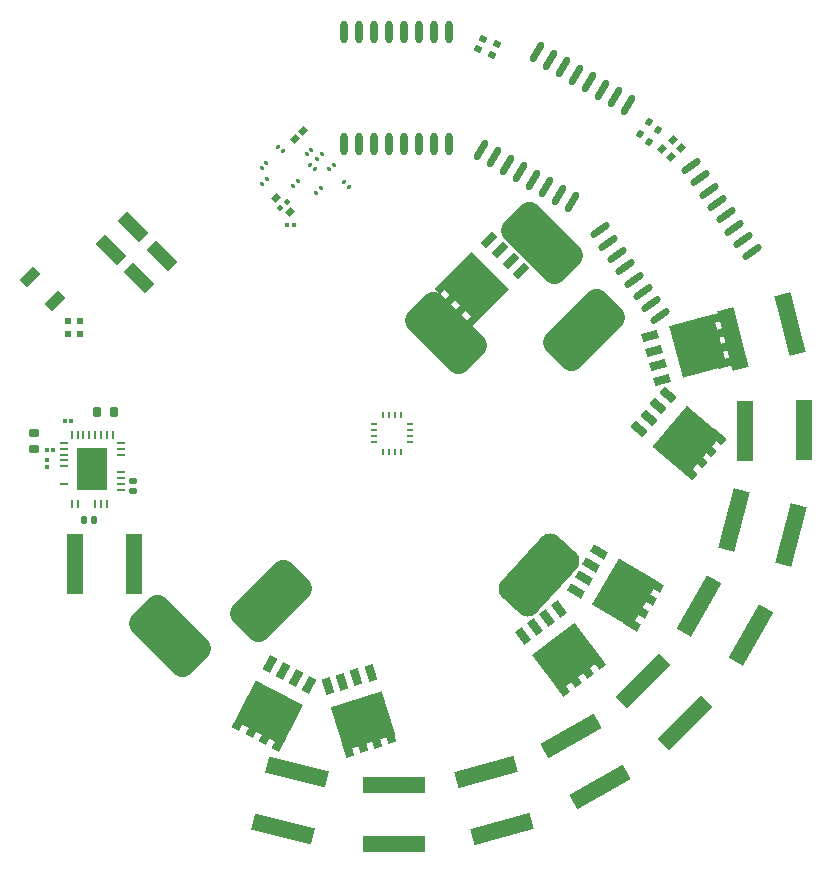
<source format=gbp>
G04 Layer_Color=128*
%FSLAX44Y44*%
%MOMM*%
G71*
G01*
G75*
G04:AMPARAMS|DCode=14|XSize=4mm|YSize=7mm|CornerRadius=1mm|HoleSize=0mm|Usage=FLASHONLY|Rotation=135.000|XOffset=0mm|YOffset=0mm|HoleType=Round|Shape=RoundedRectangle|*
%AMROUNDEDRECTD14*
21,1,4.0000,5.0000,0,0,135.0*
21,1,2.0000,7.0000,0,0,135.0*
1,1,2.0000,1.0607,2.4749*
1,1,2.0000,2.4749,1.0607*
1,1,2.0000,-1.0607,-2.4749*
1,1,2.0000,-2.4749,-1.0607*
%
%ADD14ROUNDEDRECTD14*%
G04:AMPARAMS|DCode=16|XSize=4mm|YSize=7mm|CornerRadius=1mm|HoleSize=0mm|Usage=FLASHONLY|Rotation=225.000|XOffset=0mm|YOffset=0mm|HoleType=Round|Shape=RoundedRectangle|*
%AMROUNDEDRECTD16*
21,1,4.0000,5.0000,0,0,225.0*
21,1,2.0000,7.0000,0,0,225.0*
1,1,2.0000,-2.4749,1.0607*
1,1,2.0000,-1.0607,2.4749*
1,1,2.0000,2.4749,-1.0607*
1,1,2.0000,1.0607,-2.4749*
%
%ADD16ROUNDEDRECTD16*%
G04:AMPARAMS|DCode=27|XSize=4mm|YSize=7mm|CornerRadius=1mm|HoleSize=0mm|Usage=FLASHONLY|Rotation=317.500|XOffset=0mm|YOffset=0mm|HoleType=Round|Shape=RoundedRectangle|*
%AMROUNDEDRECTD27*
21,1,4.0000,5.0000,0,0,317.5*
21,1,2.0000,7.0000,0,0,317.5*
1,1,2.0000,-0.9517,-2.5188*
1,1,2.0000,-2.4263,-1.1676*
1,1,2.0000,0.9517,2.5188*
1,1,2.0000,2.4263,1.1676*
%
%ADD27ROUNDEDRECTD27*%
G04:AMPARAMS|DCode=40|XSize=0.508mm|YSize=0.6096mm|CornerRadius=0mm|HoleSize=0mm|Usage=FLASHONLY|Rotation=315.000|XOffset=0mm|YOffset=0mm|HoleType=Round|Shape=Rectangle|*
%AMROTATEDRECTD40*
4,1,4,-0.3951,-0.0359,0.0359,0.3951,0.3951,0.0359,-0.0359,-0.3951,-0.3951,-0.0359,0.0*
%
%ADD40ROTATEDRECTD40*%

G04:AMPARAMS|DCode=41|XSize=0.32mm|YSize=0.36mm|CornerRadius=0.08mm|HoleSize=0mm|Usage=FLASHONLY|Rotation=45.000|XOffset=0mm|YOffset=0mm|HoleType=Round|Shape=RoundedRectangle|*
%AMROUNDEDRECTD41*
21,1,0.3200,0.2000,0,0,45.0*
21,1,0.1600,0.3600,0,0,45.0*
1,1,0.1600,0.1273,-0.0141*
1,1,0.1600,0.0141,-0.1273*
1,1,0.1600,-0.1273,0.0141*
1,1,0.1600,-0.0141,0.1273*
%
%ADD41ROUNDEDRECTD41*%
G04:AMPARAMS|DCode=43|XSize=0.32mm|YSize=0.36mm|CornerRadius=0.08mm|HoleSize=0mm|Usage=FLASHONLY|Rotation=135.000|XOffset=0mm|YOffset=0mm|HoleType=Round|Shape=RoundedRectangle|*
%AMROUNDEDRECTD43*
21,1,0.3200,0.2000,0,0,135.0*
21,1,0.1600,0.3600,0,0,135.0*
1,1,0.1600,0.0141,0.1273*
1,1,0.1600,0.1273,0.0141*
1,1,0.1600,-0.0141,-0.1273*
1,1,0.1600,-0.1273,-0.0141*
%
%ADD43ROUNDEDRECTD43*%
G04:AMPARAMS|DCode=54|XSize=0.32mm|YSize=0.36mm|CornerRadius=0.08mm|HoleSize=0mm|Usage=FLASHONLY|Rotation=0.000|XOffset=0mm|YOffset=0mm|HoleType=Round|Shape=RoundedRectangle|*
%AMROUNDEDRECTD54*
21,1,0.3200,0.2000,0,0,0.0*
21,1,0.1600,0.3600,0,0,0.0*
1,1,0.1600,0.0800,-0.1000*
1,1,0.1600,-0.0800,-0.1000*
1,1,0.1600,-0.0800,0.1000*
1,1,0.1600,0.0800,0.1000*
%
%ADD54ROUNDEDRECTD54*%
G04:AMPARAMS|DCode=55|XSize=0.32mm|YSize=0.36mm|CornerRadius=0.08mm|HoleSize=0mm|Usage=FLASHONLY|Rotation=270.000|XOffset=0mm|YOffset=0mm|HoleType=Round|Shape=RoundedRectangle|*
%AMROUNDEDRECTD55*
21,1,0.3200,0.2000,0,0,270.0*
21,1,0.1600,0.3600,0,0,270.0*
1,1,0.1600,-0.1000,-0.0800*
1,1,0.1600,-0.1000,0.0800*
1,1,0.1600,0.1000,0.0800*
1,1,0.1600,0.1000,-0.0800*
%
%ADD55ROUNDEDRECTD55*%
G04:AMPARAMS|DCode=59|XSize=0.508mm|YSize=0.6096mm|CornerRadius=0.127mm|HoleSize=0mm|Usage=FLASHONLY|Rotation=180.000|XOffset=0mm|YOffset=0mm|HoleType=Round|Shape=RoundedRectangle|*
%AMROUNDEDRECTD59*
21,1,0.5080,0.3556,0,0,180.0*
21,1,0.2540,0.6096,0,0,180.0*
1,1,0.2540,-0.1270,0.1778*
1,1,0.2540,0.1270,0.1778*
1,1,0.2540,0.1270,-0.1778*
1,1,0.2540,-0.1270,-0.1778*
%
%ADD59ROUNDEDRECTD59*%
G04:AMPARAMS|DCode=60|XSize=0.6096mm|YSize=0.9144mm|CornerRadius=0.1524mm|HoleSize=0mm|Usage=FLASHONLY|Rotation=0.000|XOffset=0mm|YOffset=0mm|HoleType=Round|Shape=RoundedRectangle|*
%AMROUNDEDRECTD60*
21,1,0.6096,0.6096,0,0,0.0*
21,1,0.3048,0.9144,0,0,0.0*
1,1,0.3048,0.1524,-0.3048*
1,1,0.3048,-0.1524,-0.3048*
1,1,0.3048,-0.1524,0.3048*
1,1,0.3048,0.1524,0.3048*
%
%ADD60ROUNDEDRECTD60*%
G04:AMPARAMS|DCode=61|XSize=0.6096mm|YSize=0.9144mm|CornerRadius=0.1524mm|HoleSize=0mm|Usage=FLASHONLY|Rotation=90.000|XOffset=0mm|YOffset=0mm|HoleType=Round|Shape=RoundedRectangle|*
%AMROUNDEDRECTD61*
21,1,0.6096,0.6096,0,0,90.0*
21,1,0.3048,0.9144,0,0,90.0*
1,1,0.3048,0.3048,0.1524*
1,1,0.3048,0.3048,-0.1524*
1,1,0.3048,-0.3048,-0.1524*
1,1,0.3048,-0.3048,0.1524*
%
%ADD61ROUNDEDRECTD61*%
G04:AMPARAMS|DCode=70|XSize=0.71mm|YSize=1.37mm|CornerRadius=0mm|HoleSize=0mm|Usage=FLASHONLY|Rotation=315.000|XOffset=0mm|YOffset=0mm|HoleType=Round|Shape=Rectangle|*
%AMROTATEDRECTD70*
4,1,4,-0.7354,-0.2333,0.2333,0.7354,0.7354,0.2333,-0.2333,-0.7354,-0.7354,-0.2333,0.0*
%
%ADD70ROTATEDRECTD70*%

G04:AMPARAMS|DCode=71|XSize=3.85mm|YSize=4.52mm|CornerRadius=0mm|HoleSize=0mm|Usage=FLASHONLY|Rotation=225.000|XOffset=0mm|YOffset=0mm|HoleType=Round|Shape=Rectangle|*
%AMROTATEDRECTD71*
4,1,4,-0.2369,2.9592,2.9592,-0.2369,0.2369,-2.9592,-2.9592,0.2369,-0.2369,2.9592,0.0*
%
%ADD71ROTATEDRECTD71*%

%ADD78R,0.5080X0.6096*%
G04:AMPARAMS|DCode=101|XSize=0.508mm|YSize=0.6096mm|CornerRadius=0.127mm|HoleSize=0mm|Usage=FLASHONLY|Rotation=90.000|XOffset=0mm|YOffset=0mm|HoleType=Round|Shape=RoundedRectangle|*
%AMROUNDEDRECTD101*
21,1,0.5080,0.3556,0,0,90.0*
21,1,0.2540,0.6096,0,0,90.0*
1,1,0.2540,0.1778,0.1270*
1,1,0.2540,0.1778,-0.1270*
1,1,0.2540,-0.1778,-0.1270*
1,1,0.2540,-0.1778,0.1270*
%
%ADD101ROUNDEDRECTD101*%
%ADD102R,1.4000X5.2000*%
%ADD103O,0.7000X0.2500*%
%ADD104O,0.2500X0.7000*%
%ADD105R,2.6000X3.6000*%
G04:AMPARAMS|DCode=106|XSize=2.6mm|YSize=1.1mm|CornerRadius=0mm|HoleSize=0mm|Usage=FLASHONLY|Rotation=315.000|XOffset=0mm|YOffset=0mm|HoleType=Round|Shape=Rectangle|*
%AMROTATEDRECTD106*
4,1,4,-1.3081,0.5303,-0.5303,1.3081,1.3081,-0.5303,0.5303,-1.3081,-1.3081,0.5303,0.0*
%
%ADD106ROTATEDRECTD106*%

G04:AMPARAMS|DCode=107|XSize=0.5mm|YSize=0.6mm|CornerRadius=0mm|HoleSize=0mm|Usage=FLASHONLY|Rotation=135.000|XOffset=0mm|YOffset=0mm|HoleType=Round|Shape=Rectangle|*
%AMROTATEDRECTD107*
4,1,4,0.3889,0.0353,-0.0353,-0.3889,-0.3889,-0.0353,0.0353,0.3889,0.3889,0.0353,0.0*
%
%ADD107ROTATEDRECTD107*%

G04:AMPARAMS|DCode=108|XSize=0.508mm|YSize=0.6096mm|CornerRadius=0mm|HoleSize=0mm|Usage=FLASHONLY|Rotation=140.000|XOffset=0mm|YOffset=0mm|HoleType=Round|Shape=Rectangle|*
%AMROTATEDRECTD108*
4,1,4,0.3905,0.0702,-0.0014,-0.3968,-0.3905,-0.0702,0.0014,0.3968,0.3905,0.0702,0.0*
%
%ADD108ROTATEDRECTD108*%

G04:AMPARAMS|DCode=109|XSize=0.508mm|YSize=0.6096mm|CornerRadius=0mm|HoleSize=0mm|Usage=FLASHONLY|Rotation=65.000|XOffset=0mm|YOffset=0mm|HoleType=Round|Shape=Rectangle|*
%AMROTATEDRECTD109*
4,1,4,0.1689,-0.3590,-0.3836,-0.1014,-0.1689,0.3590,0.3836,0.1014,0.1689,-0.3590,0.0*
%
%ADD109ROTATEDRECTD109*%

%ADD110O,0.6000X1.9000*%
G04:AMPARAMS|DCode=111|XSize=0.6mm|YSize=1.9mm|CornerRadius=0mm|HoleSize=0mm|Usage=FLASHONLY|Rotation=330.000|XOffset=0mm|YOffset=0mm|HoleType=Round|Shape=Round|*
%AMOVALD111*
21,1,1.3000,0.6000,0.0000,0.0000,60.0*
1,1,0.6000,-0.3250,-0.5629*
1,1,0.6000,0.3250,0.5629*
%
%ADD111OVALD111*%

G04:AMPARAMS|DCode=112|XSize=0.6mm|YSize=1.9mm|CornerRadius=0mm|HoleSize=0mm|Usage=FLASHONLY|Rotation=305.000|XOffset=0mm|YOffset=0mm|HoleType=Round|Shape=Round|*
%AMOVALD112*
21,1,1.3000,0.6000,0.0000,0.0000,35.0*
1,1,0.6000,-0.5324,-0.3728*
1,1,0.6000,0.5324,0.3728*
%
%ADD112OVALD112*%

G04:AMPARAMS|DCode=113|XSize=3.85mm|YSize=4.52mm|CornerRadius=0mm|HoleSize=0mm|Usage=FLASHONLY|Rotation=329.603|XOffset=0mm|YOffset=0mm|HoleType=Round|Shape=Rectangle|*
%AMROTATEDRECTD113*
4,1,4,-2.8039,-0.9753,-0.5169,2.9234,2.8039,0.9753,0.5169,-2.9234,-2.8039,-0.9753,0.0*
%
%ADD113ROTATEDRECTD113*%

G04:AMPARAMS|DCode=114|XSize=0.71mm|YSize=1.37mm|CornerRadius=0mm|HoleSize=0mm|Usage=FLASHONLY|Rotation=239.603|XOffset=0mm|YOffset=0mm|HoleType=Round|Shape=Rectangle|*
%AMROTATEDRECTD114*
4,1,4,-0.4112,0.6528,0.7705,-0.0404,0.4112,-0.6528,-0.7705,0.0404,-0.4112,0.6528,0.0*
%
%ADD114ROTATEDRECTD114*%

G04:AMPARAMS|DCode=115|XSize=3.85mm|YSize=4.52mm|CornerRadius=0mm|HoleSize=0mm|Usage=FLASHONLY|Rotation=307.103|XOffset=0mm|YOffset=0mm|HoleType=Round|Shape=Rectangle|*
%AMROTATEDRECTD115*
4,1,4,-2.9637,0.1720,0.6412,2.8986,2.9637,-0.1720,-0.6412,-2.8986,-2.9637,0.1720,0.0*
%
%ADD115ROTATEDRECTD115*%

G04:AMPARAMS|DCode=116|XSize=0.71mm|YSize=1.37mm|CornerRadius=0mm|HoleSize=0mm|Usage=FLASHONLY|Rotation=217.103|XOffset=0mm|YOffset=0mm|HoleType=Round|Shape=Rectangle|*
%AMROTATEDRECTD116*
4,1,4,-0.1301,0.7605,0.6964,-0.3322,0.1301,-0.7605,-0.6964,0.3322,-0.1301,0.7605,0.0*
%
%ADD116ROTATEDRECTD116*%

G04:AMPARAMS|DCode=117|XSize=3.85mm|YSize=4.52mm|CornerRadius=0mm|HoleSize=0mm|Usage=FLASHONLY|Rotation=15.093|XOffset=0mm|YOffset=0mm|HoleType=Round|Shape=Rectangle|*
%AMROTATEDRECTD117*
4,1,4,-1.2701,-2.6833,-2.4471,1.6808,1.2701,2.6833,2.4471,-1.6808,-1.2701,-2.6833,0.0*
%
%ADD117ROTATEDRECTD117*%

G04:AMPARAMS|DCode=118|XSize=0.71mm|YSize=1.37mm|CornerRadius=0mm|HoleSize=0mm|Usage=FLASHONLY|Rotation=285.093|XOffset=0mm|YOffset=0mm|HoleType=Round|Shape=Rectangle|*
%AMROTATEDRECTD118*
4,1,4,-0.7538,0.1644,0.5689,0.5211,0.7538,-0.1644,-0.5689,-0.5211,-0.7538,0.1644,0.0*
%
%ADD118ROTATEDRECTD118*%

G04:AMPARAMS|DCode=119|XSize=3.85mm|YSize=4.52mm|CornerRadius=0mm|HoleSize=0mm|Usage=FLASHONLY|Rotation=319.814|XOffset=0mm|YOffset=0mm|HoleType=Round|Shape=Rectangle|*
%AMROTATEDRECTD119*
4,1,4,-2.9289,-0.4844,-0.0123,2.9687,2.9289,0.4844,0.0123,-2.9687,-2.9289,-0.4844,0.0*
%
%ADD119ROTATEDRECTD119*%

G04:AMPARAMS|DCode=120|XSize=0.71mm|YSize=1.37mm|CornerRadius=0mm|HoleSize=0mm|Usage=FLASHONLY|Rotation=229.814|XOffset=0mm|YOffset=0mm|HoleType=Round|Shape=Rectangle|*
%AMROTATEDRECTD120*
4,1,4,-0.2942,0.7132,0.7524,-0.1708,0.2942,-0.7132,-0.7524,0.1708,-0.2942,0.7132,0.0*
%
%ADD120ROTATEDRECTD120*%

G04:AMPARAMS|DCode=121|XSize=5.2mm|YSize=1.4mm|CornerRadius=0mm|HoleSize=0mm|Usage=FLASHONLY|Rotation=104.338|XOffset=0mm|YOffset=0mm|HoleType=Round|Shape=Rectangle|*
%AMROTATEDRECTD121*
4,1,4,1.3220,-2.3457,-0.0343,-2.6924,-1.3220,2.3457,0.0343,2.6924,1.3220,-2.3457,0.0*
%
%ADD121ROTATEDRECTD121*%

G04:AMPARAMS|DCode=122|XSize=5.2mm|YSize=1.4mm|CornerRadius=0mm|HoleSize=0mm|Usage=FLASHONLY|Rotation=75.309|XOffset=0mm|YOffset=0mm|HoleType=Round|Shape=Rectangle|*
%AMROTATEDRECTD122*
4,1,4,0.0177,-2.6925,-1.3365,-2.3375,-0.0177,2.6925,1.3365,2.3375,0.0177,-2.6925,0.0*
%
%ADD122ROTATEDRECTD122*%

G04:AMPARAMS|DCode=123|XSize=5.2mm|YSize=1.4mm|CornerRadius=0mm|HoleSize=0mm|Usage=FLASHONLY|Rotation=60.298|XOffset=0mm|YOffset=0mm|HoleType=Round|Shape=Rectangle|*
%AMROTATEDRECTD123*
4,1,4,-0.6802,-2.6052,-1.8963,-1.9116,0.6802,2.6052,1.8963,1.9116,-0.6802,-2.6052,0.0*
%
%ADD123ROTATEDRECTD123*%

G04:AMPARAMS|DCode=124|XSize=5.2mm|YSize=1.4mm|CornerRadius=0mm|HoleSize=0mm|Usage=FLASHONLY|Rotation=45.309|XOffset=0mm|YOffset=0mm|HoleType=Round|Shape=Rectangle|*
%AMROTATEDRECTD124*
4,1,4,-1.3309,-2.3407,-2.3262,-1.3560,1.3309,2.3407,2.3262,1.3560,-1.3309,-2.3407,0.0*
%
%ADD124ROTATEDRECTD124*%

G04:AMPARAMS|DCode=125|XSize=5.2mm|YSize=1.4mm|CornerRadius=0mm|HoleSize=0mm|Usage=FLASHONLY|Rotation=29.536|XOffset=0mm|YOffset=0mm|HoleType=Round|Shape=Rectangle|*
%AMROTATEDRECTD125*
4,1,4,-1.9171,-1.8907,-2.6072,-0.6727,1.9171,1.8907,2.6072,0.6727,-1.9171,-1.8907,0.0*
%
%ADD125ROTATEDRECTD125*%

G04:AMPARAMS|DCode=126|XSize=5.2mm|YSize=1.4mm|CornerRadius=0mm|HoleSize=0mm|Usage=FLASHONLY|Rotation=15.450|XOffset=0mm|YOffset=0mm|HoleType=Round|Shape=Rectangle|*
%AMROTATEDRECTD126*
4,1,4,-2.3196,-1.3673,-2.6925,-0.0179,2.3196,1.3673,2.6925,0.0179,-2.3196,-1.3673,0.0*
%
%ADD126ROTATEDRECTD126*%

G04:AMPARAMS|DCode=127|XSize=5.2mm|YSize=1.4mm|CornerRadius=0mm|HoleSize=0mm|Usage=FLASHONLY|Rotation=0.224|XOffset=0mm|YOffset=0mm|HoleType=Round|Shape=Rectangle|*
%AMROTATEDRECTD127*
4,1,4,-2.5972,-0.7101,-2.6027,0.6898,2.5972,0.7101,2.6027,-0.6898,-2.5972,-0.7101,0.0*
%
%ADD127ROTATEDRECTD127*%

G04:AMPARAMS|DCode=128|XSize=5.2mm|YSize=1.4mm|CornerRadius=0mm|HoleSize=0mm|Usage=FLASHONLY|Rotation=346.026|XOffset=0mm|YOffset=0mm|HoleType=Round|Shape=Rectangle|*
%AMROTATEDRECTD128*
4,1,4,-2.6921,-0.0514,-2.3540,1.3072,2.6921,0.0514,2.3540,-1.3072,-2.6921,-0.0514,0.0*
%
%ADD128ROTATEDRECTD128*%

G04:AMPARAMS|DCode=129|XSize=3.85mm|YSize=4.52mm|CornerRadius=0mm|HoleSize=0mm|Usage=FLASHONLY|Rotation=287.500|XOffset=0mm|YOffset=0mm|HoleType=Round|Shape=Rectangle|*
%AMROTATEDRECTD129*
4,1,4,-2.7343,1.1563,1.5765,2.5155,2.7343,-1.1563,-1.5765,-2.5155,-2.7343,1.1563,0.0*
%
%ADD129ROTATEDRECTD129*%

G04:AMPARAMS|DCode=130|XSize=0.71mm|YSize=1.37mm|CornerRadius=0mm|HoleSize=0mm|Usage=FLASHONLY|Rotation=197.500|XOffset=0mm|YOffset=0mm|HoleType=Round|Shape=Rectangle|*
%AMROTATEDRECTD130*
4,1,4,0.1326,0.7601,0.5445,-0.5465,-0.1326,-0.7601,-0.5445,0.5465,0.1326,0.7601,0.0*
%
%ADD130ROTATEDRECTD130*%

G04:AMPARAMS|DCode=132|XSize=0.9144mm|YSize=1.6002mm|CornerRadius=0mm|HoleSize=0mm|Usage=FLASHONLY|Rotation=134.998|XOffset=0mm|YOffset=0mm|HoleType=Round|Shape=Rectangle|*
%AMROTATEDRECTD132*
4,1,4,0.8891,0.2424,-0.2425,-0.8890,-0.8891,-0.2424,0.2425,0.8890,0.8891,0.2424,0.0*
%
%ADD132ROTATEDRECTD132*%

%ADD133P,0.5657X4X360.0*%
G04:AMPARAMS|DCode=134|XSize=0.55mm|YSize=0.6mm|CornerRadius=0mm|HoleSize=0mm|Usage=FLASHONLY|Rotation=315.000|XOffset=0mm|YOffset=0mm|HoleType=Round|Shape=Rectangle|*
%AMROTATEDRECTD134*
4,1,4,-0.4066,-0.0177,0.0177,0.4066,0.4066,0.0177,-0.0177,-0.4066,-0.4066,-0.0177,0.0*
%
%ADD134ROTATEDRECTD134*%

G04:AMPARAMS|DCode=135|XSize=3.85mm|YSize=4.52mm|CornerRadius=0mm|HoleSize=0mm|Usage=FLASHONLY|Rotation=242.500|XOffset=0mm|YOffset=0mm|HoleType=Round|Shape=Rectangle|*
%AMROTATEDRECTD135*
4,1,4,-1.1158,2.7511,2.8935,0.6639,1.1158,-2.7511,-2.8935,-0.6639,-1.1158,2.7511,0.0*
%
%ADD135ROTATEDRECTD135*%

G04:AMPARAMS|DCode=136|XSize=0.71mm|YSize=1.37mm|CornerRadius=0mm|HoleSize=0mm|Usage=FLASHONLY|Rotation=152.500|XOffset=0mm|YOffset=0mm|HoleType=Round|Shape=Rectangle|*
%AMROTATEDRECTD136*
4,1,4,0.6312,0.4437,-0.0014,-0.7715,-0.6312,-0.4437,0.0014,0.7715,0.6312,0.4437,0.0*
%
%ADD136ROTATEDRECTD136*%

%ADD137O,0.2500X0.6000*%
%ADD138O,0.6000X0.2500*%
D14*
X866140Y527050D02*
D03*
X1131570Y756920D02*
D03*
D16*
X781050Y497840D02*
D03*
X1014730Y754380D02*
D03*
X1096010Y830580D02*
D03*
D27*
X1093123Y549341D02*
D03*
D40*
X1213902Y910808D02*
D03*
X1206774Y917936D02*
D03*
X1204956Y903244D02*
D03*
X1197828Y910372D02*
D03*
D41*
X904800Y873050D02*
D03*
X908760Y877010D02*
D03*
X909320Y905510D02*
D03*
X905360Y901550D02*
D03*
X896620Y905510D02*
D03*
X900580Y909470D02*
D03*
X858520Y894080D02*
D03*
X862480Y898040D02*
D03*
X919480Y896620D02*
D03*
X915520Y892660D02*
D03*
X889000Y882650D02*
D03*
X885040Y878690D02*
D03*
X863040Y884630D02*
D03*
X859080Y880670D02*
D03*
D43*
X928545Y881760D02*
D03*
X932504Y877800D02*
D03*
X899493Y896638D02*
D03*
X903453Y892678D02*
D03*
X872490Y911860D02*
D03*
X876450Y907900D02*
D03*
D54*
X880110Y845820D02*
D03*
X885710D02*
D03*
X691938Y679958D02*
D03*
X697538Y679958D02*
D03*
X676650Y655320D02*
D03*
X682250Y655320D02*
D03*
D55*
X676910Y646690D02*
D03*
Y641090D02*
D03*
D59*
X716470Y595630D02*
D03*
X708470Y595630D02*
D03*
D60*
X733440Y687070D02*
D03*
X719440Y687070D02*
D03*
D61*
X665480Y655940D02*
D03*
Y669940D02*
D03*
D70*
X1012206Y794127D02*
D03*
X1021186Y785147D02*
D03*
X1030166Y776166D02*
D03*
X1039147Y767186D02*
D03*
X1078320Y806360D02*
D03*
X1069340Y815340D02*
D03*
X1060360Y824320D02*
D03*
X1051379Y833300D02*
D03*
D71*
X1038546Y793526D02*
D03*
D78*
X694690Y764540D02*
D03*
X704770Y764540D02*
D03*
X694690Y753110D02*
D03*
X704770D02*
D03*
D101*
X749300Y620840D02*
D03*
X749300Y628840D02*
D03*
D102*
X750170Y558800D02*
D03*
X700170Y558800D02*
D03*
X1317859Y672020D02*
D03*
X1267861Y671640D02*
D03*
D103*
X691140Y626270D02*
D03*
X691140Y641270D02*
D03*
Y646270D02*
D03*
X691140Y651270D02*
D03*
X691140Y656270D02*
D03*
X691140Y661270D02*
D03*
X739140Y661270D02*
D03*
X739140Y656270D02*
D03*
X739140Y651270D02*
D03*
X739140Y636270D02*
D03*
X739140Y631270D02*
D03*
X739140Y626270D02*
D03*
X739140Y621270D02*
D03*
D104*
X697640Y667770D02*
D03*
X702640Y667770D02*
D03*
X707640Y667770D02*
D03*
X712640Y667770D02*
D03*
X717640Y667770D02*
D03*
X722640Y667770D02*
D03*
X727640Y667770D02*
D03*
X732640Y667770D02*
D03*
X727640Y609770D02*
D03*
X722640D02*
D03*
X717640Y609770D02*
D03*
X702640Y609770D02*
D03*
X697640D02*
D03*
D105*
X715140Y638770D02*
D03*
D106*
X749956Y843936D02*
D03*
X730864Y824844D02*
D03*
X774086Y819806D02*
D03*
X754994Y800714D02*
D03*
D107*
X886734Y918484D02*
D03*
X893805Y925556D02*
D03*
D108*
X1178478Y922745D02*
D03*
X1186200Y916266D02*
D03*
X1186160Y932854D02*
D03*
X1193882Y926375D02*
D03*
D109*
X1045986Y1003421D02*
D03*
X1041726Y994285D02*
D03*
X1057483Y998941D02*
D03*
X1053223Y989806D02*
D03*
D110*
X928370Y1008890D02*
D03*
X941070Y1008890D02*
D03*
X953770Y1008890D02*
D03*
X966470Y1008890D02*
D03*
X979170Y1008890D02*
D03*
X991870Y1008890D02*
D03*
X1004570Y1008890D02*
D03*
X1017270Y1008890D02*
D03*
X928370Y913890D02*
D03*
X941070D02*
D03*
X953770Y913890D02*
D03*
X966470Y913890D02*
D03*
X979170Y913890D02*
D03*
X991870Y913890D02*
D03*
X1004570Y913890D02*
D03*
X1017270Y913890D02*
D03*
D111*
X1091425Y991731D02*
D03*
X1102424Y985381D02*
D03*
X1113422Y979031D02*
D03*
X1124421Y972681D02*
D03*
X1135419Y966331D02*
D03*
X1146418Y959981D02*
D03*
X1157416Y953631D02*
D03*
X1168415Y947281D02*
D03*
X1043925Y909459D02*
D03*
X1054924Y903109D02*
D03*
X1065922Y896759D02*
D03*
X1076921Y890409D02*
D03*
X1087919Y884059D02*
D03*
X1098918Y877709D02*
D03*
X1109916Y871359D02*
D03*
X1120915Y865009D02*
D03*
D112*
X1222454Y895506D02*
D03*
X1229739Y885103D02*
D03*
X1237023Y874700D02*
D03*
X1244308Y864296D02*
D03*
X1251592Y853893D02*
D03*
X1258876Y843490D02*
D03*
X1266161Y833087D02*
D03*
X1273445Y822684D02*
D03*
X1144635Y841016D02*
D03*
X1151919Y830613D02*
D03*
X1159203Y820210D02*
D03*
X1166488Y809807D02*
D03*
X1173772Y799404D02*
D03*
X1181057Y789000D02*
D03*
X1188341Y778597D02*
D03*
X1195626Y768194D02*
D03*
D113*
X1166434Y533673D02*
D03*
D114*
X1172493Y508033D02*
D03*
X1178920Y518987D02*
D03*
X1185345Y529941D02*
D03*
X1191771Y540896D02*
D03*
X1143987Y568927D02*
D03*
X1137560Y557973D02*
D03*
X1131135Y547019D02*
D03*
X1124709Y536064D02*
D03*
D115*
X1117165Y479622D02*
D03*
D116*
X1112951Y453614D02*
D03*
X1123080Y461275D02*
D03*
X1133209Y468937D02*
D03*
X1143338Y476598D02*
D03*
X1109918Y520783D02*
D03*
X1099789Y513121D02*
D03*
X1089660Y505460D02*
D03*
X1079531Y497799D02*
D03*
D117*
X1228372Y742884D02*
D03*
D118*
X1250905Y729230D02*
D03*
X1247598Y741492D02*
D03*
X1244291Y753754D02*
D03*
X1240984Y766016D02*
D03*
X1187495Y751590D02*
D03*
X1190802Y739328D02*
D03*
X1194109Y727066D02*
D03*
X1197416Y714805D02*
D03*
D119*
X1218838Y663160D02*
D03*
D120*
X1220449Y636863D02*
D03*
X1228644Y646565D02*
D03*
X1236839Y656267D02*
D03*
X1245034Y665969D02*
D03*
X1202711Y701717D02*
D03*
X1194516Y692015D02*
D03*
X1186321Y682313D02*
D03*
X1178126Y672611D02*
D03*
D121*
X1305651Y761841D02*
D03*
X1257209Y749459D02*
D03*
D122*
X1306883Y582940D02*
D03*
X1258517Y595620D02*
D03*
D123*
X1272665Y498153D02*
D03*
X1229234Y522927D02*
D03*
D124*
X1216653Y424378D02*
D03*
X1181107Y459542D02*
D03*
D125*
X1145164Y369409D02*
D03*
X1120516Y412911D02*
D03*
D126*
X1062030Y334043D02*
D03*
X1048710Y382237D02*
D03*
D127*
X970378Y321710D02*
D03*
X970182Y371710D02*
D03*
D128*
X876613Y333880D02*
D03*
X888687Y382400D02*
D03*
D129*
X943927Y425280D02*
D03*
D130*
X931231Y402194D02*
D03*
X943344Y406013D02*
D03*
X955456Y409832D02*
D03*
X967568Y413651D02*
D03*
X950909Y466487D02*
D03*
X938796Y462667D02*
D03*
X926684Y458848D02*
D03*
X914572Y455029D02*
D03*
D132*
X662683Y801628D02*
D03*
X683353Y780957D02*
D03*
D133*
X874037Y859869D02*
D03*
X879694Y865526D02*
D03*
D134*
X882699Y856863D02*
D03*
X871032Y868531D02*
D03*
D135*
X864921Y432215D02*
D03*
D136*
X839619Y424868D02*
D03*
X850884Y419004D02*
D03*
X862149Y413140D02*
D03*
X873414Y407276D02*
D03*
X898995Y456416D02*
D03*
X887730Y462280D02*
D03*
X876465Y468144D02*
D03*
X865200Y474008D02*
D03*
D137*
X976510Y684790D02*
D03*
X971510Y684790D02*
D03*
X966510Y684790D02*
D03*
X961510Y684790D02*
D03*
X961510Y653790D02*
D03*
X966510Y653790D02*
D03*
X971510Y653790D02*
D03*
X976510Y653790D02*
D03*
D138*
X953510Y676790D02*
D03*
X953510Y671790D02*
D03*
X953510Y666790D02*
D03*
X953510Y661790D02*
D03*
X984510Y661790D02*
D03*
X984510Y666790D02*
D03*
X984510Y671790D02*
D03*
X984510Y676790D02*
D03*
M02*

</source>
